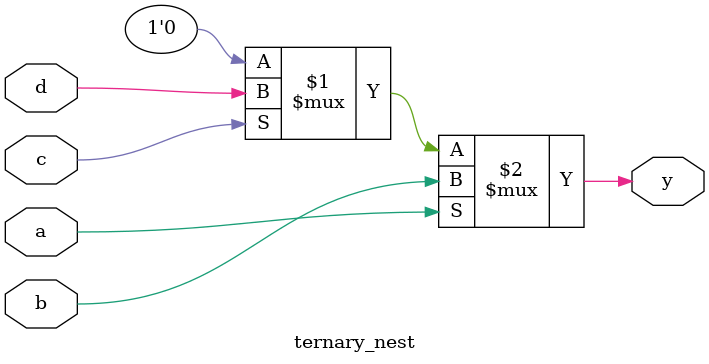
<source format=v>
module ternary_nest(
  input  wire a,
  input  wire b,
  input  wire c,
  input  wire d,
  output wire y
);
  assign y = a ? b : c ? d : 1'b0;
endmodule

</source>
